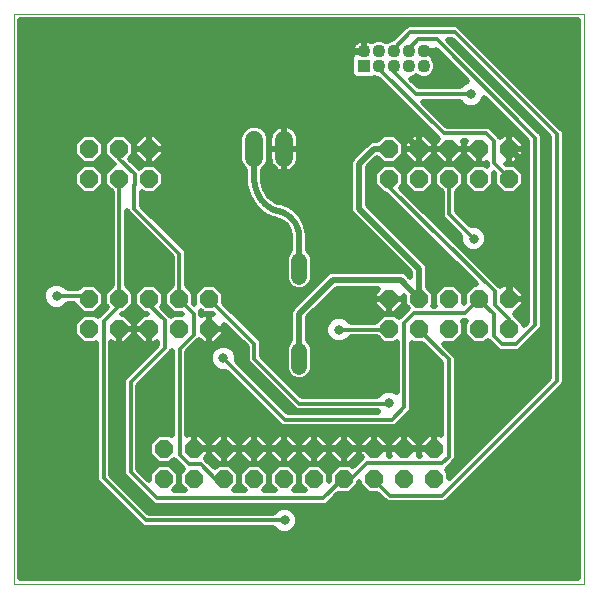
<source format=gtl>
G75*
%MOIN*%
%OFA0B0*%
%FSLAX25Y25*%
%IPPOS*%
%LPD*%
%AMOC8*
5,1,8,0,0,1.08239X$1,22.5*
%
%ADD10C,0.00000*%
%ADD11R,0.04362X0.04362*%
%ADD12C,0.04362*%
%ADD13OC8,0.06000*%
%ADD14C,0.05200*%
%ADD15C,0.06000*%
%ADD16C,0.01181*%
%ADD17C,0.03169*%
%ADD18C,0.01969*%
D10*
X0011984Y0006984D02*
X0011984Y0196984D01*
X0201984Y0196984D01*
X0201984Y0006984D01*
X0011984Y0006984D01*
D11*
X0128480Y0179484D03*
D12*
X0133480Y0179484D03*
X0138480Y0179484D03*
X0138480Y0184484D03*
X0133480Y0184484D03*
X0128480Y0184484D03*
X0143480Y0184484D03*
X0148480Y0184484D03*
X0148480Y0179484D03*
X0143480Y0179484D03*
D13*
X0146984Y0151984D03*
X0136984Y0151984D03*
X0136984Y0141984D03*
X0146984Y0141984D03*
X0156984Y0141984D03*
X0156984Y0151984D03*
X0166984Y0151984D03*
X0176984Y0151984D03*
X0176984Y0141984D03*
X0166984Y0141984D03*
X0166984Y0101984D03*
X0166984Y0091984D03*
X0176984Y0091984D03*
X0176984Y0101984D03*
X0156984Y0101984D03*
X0156984Y0091984D03*
X0146984Y0091984D03*
X0136984Y0091984D03*
X0136984Y0101984D03*
X0146984Y0101984D03*
X0141984Y0051984D03*
X0141984Y0041984D03*
X0131984Y0041984D03*
X0121984Y0041984D03*
X0121984Y0051984D03*
X0131984Y0051984D03*
X0111984Y0051984D03*
X0111984Y0041984D03*
X0101984Y0041984D03*
X0101984Y0051984D03*
X0091984Y0051984D03*
X0091984Y0041984D03*
X0081984Y0041984D03*
X0081984Y0051984D03*
X0071984Y0051984D03*
X0071984Y0041984D03*
X0061984Y0041984D03*
X0061984Y0051984D03*
X0056984Y0091984D03*
X0056984Y0101984D03*
X0046984Y0101984D03*
X0046984Y0091984D03*
X0036984Y0091984D03*
X0036984Y0101984D03*
X0066984Y0101984D03*
X0066984Y0091984D03*
X0076984Y0091984D03*
X0076984Y0101984D03*
X0056984Y0141984D03*
X0046984Y0141984D03*
X0036984Y0141984D03*
X0036984Y0151984D03*
X0046984Y0151984D03*
X0056984Y0151984D03*
X0151984Y0051984D03*
X0151984Y0041984D03*
D14*
X0106984Y0079384D02*
X0106984Y0084584D01*
X0106984Y0109384D02*
X0106984Y0114584D01*
D15*
X0101984Y0148984D02*
X0101984Y0154984D01*
X0091984Y0154984D02*
X0091984Y0148984D01*
D16*
X0066984Y0116984D02*
X0051984Y0131984D01*
X0051984Y0139898D01*
X0052142Y0140055D01*
X0052142Y0143598D01*
X0047024Y0148717D01*
X0047024Y0151866D01*
X0046984Y0151984D01*
X0046984Y0141984D02*
X0047024Y0141630D01*
X0047024Y0102260D01*
X0046984Y0101984D01*
X0047024Y0101472D01*
X0047024Y0099717D01*
X0041799Y0094492D01*
X0041799Y0042222D01*
X0055909Y0028112D01*
X0102124Y0028112D01*
X0114959Y0035549D02*
X0121433Y0042024D01*
X0121984Y0041984D01*
X0122220Y0042024D01*
X0124370Y0042024D01*
X0129488Y0047142D01*
X0154717Y0047142D01*
X0156866Y0049291D01*
X0156866Y0081787D01*
X0147024Y0091630D01*
X0146984Y0091984D01*
X0142049Y0093992D02*
X0145199Y0097142D01*
X0162142Y0097142D01*
X0166984Y0101984D01*
X0166709Y0101866D01*
X0171827Y0096748D01*
X0171827Y0089699D01*
X0174726Y0086799D01*
X0179163Y0086799D01*
X0185569Y0093205D01*
X0185569Y0155659D01*
X0152748Y0188480D01*
X0146630Y0188480D01*
X0143480Y0185331D01*
X0143480Y0184484D01*
X0138756Y0184543D02*
X0138480Y0184484D01*
X0138756Y0184543D02*
X0138756Y0185724D01*
X0143874Y0190843D01*
X0158929Y0190843D01*
X0192931Y0156841D01*
X0192931Y0074620D01*
X0154610Y0036299D01*
X0137394Y0036299D01*
X0132063Y0041630D01*
X0131984Y0041984D01*
X0114959Y0035549D02*
X0059516Y0035549D01*
X0050760Y0044305D01*
X0050760Y0074085D01*
X0062091Y0085415D01*
X0062091Y0094742D01*
X0057260Y0099573D01*
X0057260Y0101866D01*
X0056984Y0101984D01*
X0066709Y0102260D02*
X0066984Y0102535D01*
X0066984Y0116984D01*
X0066709Y0102260D02*
X0066984Y0101984D01*
X0067102Y0101472D01*
X0071827Y0096748D01*
X0071827Y0090055D01*
X0067102Y0085331D01*
X0067102Y0050041D01*
X0070252Y0046892D01*
X0074152Y0046892D01*
X0079020Y0042024D01*
X0081669Y0042024D01*
X0081984Y0041984D01*
X0102142Y0061709D02*
X0137969Y0061709D01*
X0142049Y0065789D01*
X0142049Y0093992D01*
X0136984Y0091984D02*
X0136787Y0091787D01*
X0136787Y0091630D01*
X0136756Y0091630D01*
X0120258Y0091632D01*
X0106984Y0066984D02*
X0091984Y0081984D01*
X0091984Y0086984D01*
X0076984Y0101984D01*
X0081669Y0082181D02*
X0102142Y0061709D01*
X0106984Y0066984D02*
X0136732Y0066984D01*
X0136894Y0067146D01*
X0172077Y0100041D02*
X0172077Y0104478D01*
X0137181Y0138874D01*
X0137181Y0141630D01*
X0136984Y0141984D01*
X0155185Y0157091D02*
X0169321Y0157091D01*
X0171970Y0154441D01*
X0171970Y0147392D01*
X0177339Y0142024D01*
X0176984Y0141984D01*
X0156984Y0141984D02*
X0156984Y0130083D01*
X0165077Y0121990D01*
X0172077Y0100041D02*
X0176945Y0095173D01*
X0176945Y0092024D01*
X0176984Y0091984D01*
X0155185Y0157091D02*
X0133638Y0178638D01*
X0133638Y0179425D01*
X0133480Y0179484D01*
X0138480Y0179484D02*
X0138480Y0177488D01*
X0145766Y0170203D01*
X0164264Y0170203D01*
X0036984Y0101984D02*
X0036787Y0102260D01*
X0036193Y0102854D01*
X0026126Y0102854D01*
D17*
X0026126Y0102854D03*
X0048654Y0081919D03*
X0061904Y0071919D03*
X0071904Y0076919D03*
X0081669Y0082181D03*
X0096904Y0101919D03*
X0120258Y0091632D03*
X0115404Y0072169D03*
X0136894Y0067146D03*
X0167654Y0071669D03*
X0181904Y0076919D03*
X0165077Y0121990D03*
X0146904Y0121919D03*
X0136904Y0131919D03*
X0164264Y0170203D03*
X0157654Y0176669D03*
X0132654Y0171669D03*
X0061904Y0131919D03*
X0051904Y0119669D03*
X0036904Y0126919D03*
X0034654Y0069669D03*
X0102124Y0028112D03*
D18*
X0106431Y0026654D02*
X0200000Y0026654D01*
X0200000Y0024687D02*
X0105116Y0024687D01*
X0104694Y0024266D02*
X0105970Y0025542D01*
X0106661Y0027210D01*
X0106661Y0029015D01*
X0105970Y0030682D01*
X0104694Y0031958D01*
X0103026Y0032649D01*
X0101222Y0032649D01*
X0099554Y0031958D01*
X0098278Y0030682D01*
X0098273Y0030671D01*
X0056969Y0030671D01*
X0044358Y0043282D01*
X0044358Y0087561D01*
X0044920Y0087000D01*
X0046968Y0087000D01*
X0046968Y0091968D01*
X0047000Y0091968D01*
X0047000Y0087000D01*
X0049049Y0087000D01*
X0051968Y0089920D01*
X0051968Y0091968D01*
X0047000Y0091968D01*
X0047000Y0092000D01*
X0051968Y0092000D01*
X0051968Y0094049D01*
X0049049Y0096968D01*
X0047895Y0096968D01*
X0047942Y0097016D01*
X0049042Y0097016D01*
X0051953Y0099926D01*
X0051953Y0104042D01*
X0049583Y0106412D01*
X0049583Y0131095D01*
X0049815Y0130535D01*
X0050535Y0129815D01*
X0064425Y0115924D01*
X0064425Y0106452D01*
X0062016Y0104042D01*
X0062016Y0099926D01*
X0064926Y0097016D01*
X0067940Y0097016D01*
X0068003Y0096953D01*
X0064926Y0096953D01*
X0064213Y0096239D01*
X0063540Y0096912D01*
X0061239Y0099213D01*
X0061953Y0099926D01*
X0061953Y0104042D01*
X0059042Y0106953D01*
X0054926Y0106953D01*
X0052016Y0104042D01*
X0052016Y0099926D01*
X0054926Y0097016D01*
X0056198Y0097016D01*
X0056245Y0096968D01*
X0054920Y0096968D01*
X0052000Y0094049D01*
X0052000Y0092000D01*
X0056968Y0092000D01*
X0056968Y0091968D01*
X0057000Y0091968D01*
X0057000Y0087000D01*
X0059049Y0087000D01*
X0059531Y0087483D01*
X0059531Y0086475D01*
X0049310Y0076254D01*
X0048590Y0075534D01*
X0048201Y0074594D01*
X0048201Y0043796D01*
X0048590Y0042856D01*
X0057346Y0034100D01*
X0058066Y0033380D01*
X0059007Y0032990D01*
X0115468Y0032990D01*
X0116408Y0033380D01*
X0120044Y0037016D01*
X0124042Y0037016D01*
X0126953Y0039926D01*
X0126953Y0040987D01*
X0127016Y0041050D01*
X0127016Y0039926D01*
X0129926Y0037016D01*
X0133058Y0037016D01*
X0135944Y0034130D01*
X0136885Y0033740D01*
X0155119Y0033740D01*
X0156060Y0034130D01*
X0156780Y0034850D01*
X0195101Y0073170D01*
X0195490Y0074111D01*
X0195490Y0157350D01*
X0195101Y0158290D01*
X0194381Y0159010D01*
X0160379Y0193012D01*
X0159438Y0193402D01*
X0143365Y0193402D01*
X0142424Y0193012D01*
X0141705Y0192292D01*
X0138046Y0188634D01*
X0137655Y0188634D01*
X0136130Y0188002D01*
X0135980Y0187853D01*
X0135831Y0188002D01*
X0134306Y0188634D01*
X0132655Y0188634D01*
X0131130Y0188002D01*
X0130959Y0187832D01*
X0130663Y0188047D01*
X0130079Y0188344D01*
X0129456Y0188547D01*
X0128808Y0188650D01*
X0128480Y0188650D01*
X0128152Y0188650D01*
X0127505Y0188547D01*
X0126881Y0188344D01*
X0126297Y0188047D01*
X0125767Y0187661D01*
X0125303Y0187198D01*
X0124918Y0186667D01*
X0124620Y0186083D01*
X0124418Y0185460D01*
X0124315Y0184812D01*
X0124315Y0184484D01*
X0124315Y0184156D01*
X0124418Y0183509D01*
X0124620Y0182885D01*
X0124659Y0182809D01*
X0124331Y0182481D01*
X0124331Y0176488D01*
X0125484Y0175335D01*
X0131477Y0175335D01*
X0131822Y0175680D01*
X0132655Y0175335D01*
X0133322Y0175335D01*
X0153016Y0155641D01*
X0153304Y0155353D01*
X0152000Y0154049D01*
X0152000Y0152000D01*
X0156968Y0152000D01*
X0156968Y0151968D01*
X0157000Y0151968D01*
X0157000Y0147000D01*
X0159049Y0147000D01*
X0161968Y0149920D01*
X0161968Y0151968D01*
X0157000Y0151968D01*
X0157000Y0152000D01*
X0161968Y0152000D01*
X0161968Y0154049D01*
X0161486Y0154531D01*
X0162483Y0154531D01*
X0162000Y0154049D01*
X0162000Y0152000D01*
X0166968Y0152000D01*
X0166968Y0151968D01*
X0167000Y0151968D01*
X0167000Y0147000D01*
X0169049Y0147000D01*
X0169411Y0147363D01*
X0169411Y0146883D01*
X0169623Y0146372D01*
X0169042Y0146953D01*
X0164926Y0146953D01*
X0162016Y0144042D01*
X0162016Y0139926D01*
X0164926Y0137016D01*
X0169042Y0137016D01*
X0171953Y0139926D01*
X0171953Y0143790D01*
X0172016Y0143727D01*
X0172016Y0139926D01*
X0174926Y0137016D01*
X0179042Y0137016D01*
X0181953Y0139926D01*
X0181953Y0144042D01*
X0179042Y0146953D01*
X0176028Y0146953D01*
X0175981Y0147000D01*
X0176968Y0147000D01*
X0176968Y0151968D01*
X0177000Y0151968D01*
X0177000Y0147000D01*
X0179049Y0147000D01*
X0181968Y0149920D01*
X0181968Y0151968D01*
X0177000Y0151968D01*
X0177000Y0152000D01*
X0176968Y0152000D01*
X0176968Y0156968D01*
X0174920Y0156968D01*
X0173991Y0156040D01*
X0173420Y0156610D01*
X0170770Y0159260D01*
X0169830Y0159650D01*
X0156245Y0159650D01*
X0148251Y0167644D01*
X0160413Y0167644D01*
X0160417Y0167633D01*
X0161694Y0166356D01*
X0163361Y0165666D01*
X0165166Y0165666D01*
X0166834Y0166356D01*
X0168110Y0167633D01*
X0168657Y0168953D01*
X0183010Y0154599D01*
X0183010Y0094265D01*
X0181953Y0093208D01*
X0181953Y0094042D01*
X0179042Y0096953D01*
X0178784Y0096953D01*
X0178737Y0097000D01*
X0179049Y0097000D01*
X0181968Y0099920D01*
X0181968Y0101968D01*
X0177000Y0101968D01*
X0177000Y0102000D01*
X0176968Y0102000D01*
X0176968Y0106968D01*
X0174920Y0106968D01*
X0174064Y0106113D01*
X0173880Y0106294D01*
X0173526Y0106648D01*
X0173517Y0106651D01*
X0140864Y0138837D01*
X0141953Y0139926D01*
X0141953Y0144042D01*
X0139042Y0146953D01*
X0134926Y0146953D01*
X0132016Y0144042D01*
X0132016Y0139926D01*
X0134926Y0137016D01*
X0135420Y0137016D01*
X0135732Y0136705D01*
X0135740Y0136701D01*
X0165921Y0106953D01*
X0164926Y0106953D01*
X0162016Y0104042D01*
X0162016Y0100635D01*
X0161953Y0100572D01*
X0161953Y0104042D01*
X0159042Y0106953D01*
X0154926Y0106953D01*
X0152016Y0104042D01*
X0152016Y0099926D01*
X0152241Y0099701D01*
X0151727Y0099701D01*
X0151953Y0099926D01*
X0151953Y0104042D01*
X0149937Y0106058D01*
X0149937Y0112572D01*
X0149487Y0113657D01*
X0129937Y0133207D01*
X0129937Y0145761D01*
X0133059Y0148883D01*
X0134926Y0147016D01*
X0139042Y0147016D01*
X0141953Y0149926D01*
X0141953Y0154042D01*
X0139042Y0156953D01*
X0134926Y0156953D01*
X0132792Y0154819D01*
X0131279Y0154819D01*
X0130194Y0154369D01*
X0125312Y0149487D01*
X0124481Y0148657D01*
X0124031Y0147572D01*
X0124031Y0131397D01*
X0124481Y0130312D01*
X0125312Y0129481D01*
X0144031Y0110761D01*
X0144031Y0109113D01*
X0142407Y0110737D01*
X0141322Y0111187D01*
X0117647Y0111187D01*
X0116562Y0110737D01*
X0105312Y0099487D01*
X0104481Y0098657D01*
X0104031Y0097572D01*
X0104031Y0088092D01*
X0103111Y0087172D01*
X0102416Y0085493D01*
X0102416Y0078476D01*
X0103111Y0076796D01*
X0104396Y0075511D01*
X0106076Y0074816D01*
X0107893Y0074816D01*
X0109572Y0075511D01*
X0110857Y0076796D01*
X0111553Y0078476D01*
X0111553Y0085493D01*
X0110857Y0087172D01*
X0109937Y0088092D01*
X0109937Y0095761D01*
X0119457Y0105281D01*
X0133233Y0105281D01*
X0132000Y0104049D01*
X0132000Y0102000D01*
X0136968Y0102000D01*
X0136968Y0101968D01*
X0137000Y0101968D01*
X0137000Y0097000D01*
X0139049Y0097000D01*
X0141968Y0099920D01*
X0141968Y0101968D01*
X0137000Y0101968D01*
X0137000Y0102000D01*
X0141968Y0102000D01*
X0141968Y0102824D01*
X0142016Y0102777D01*
X0142016Y0099926D01*
X0143190Y0098752D01*
X0143029Y0098591D01*
X0140600Y0096162D01*
X0140600Y0096162D01*
X0140217Y0095778D01*
X0139042Y0096953D01*
X0134926Y0096953D01*
X0132163Y0094190D01*
X0124109Y0094190D01*
X0124104Y0094202D01*
X0122828Y0095478D01*
X0121160Y0096169D01*
X0119355Y0096169D01*
X0117688Y0095478D01*
X0116412Y0094202D01*
X0115721Y0092534D01*
X0115721Y0090729D01*
X0116412Y0089062D01*
X0117688Y0087786D01*
X0119355Y0087095D01*
X0121160Y0087095D01*
X0122828Y0087786D01*
X0124104Y0089062D01*
X0124109Y0089072D01*
X0132871Y0089071D01*
X0134926Y0087016D01*
X0139042Y0087016D01*
X0139490Y0087464D01*
X0139490Y0070965D01*
X0139464Y0070992D01*
X0137796Y0071683D01*
X0135991Y0071683D01*
X0134324Y0070992D01*
X0133047Y0069716D01*
X0132976Y0069543D01*
X0108044Y0069543D01*
X0094543Y0083044D01*
X0094543Y0087493D01*
X0094154Y0088434D01*
X0081953Y0100635D01*
X0081953Y0104042D01*
X0079042Y0106953D01*
X0074926Y0106953D01*
X0072016Y0104042D01*
X0072016Y0100178D01*
X0071953Y0100241D01*
X0071953Y0104042D01*
X0069543Y0106452D01*
X0069543Y0117493D01*
X0069154Y0118434D01*
X0054543Y0133044D01*
X0054543Y0137399D01*
X0054926Y0137016D01*
X0059042Y0137016D01*
X0061953Y0139926D01*
X0061953Y0144042D01*
X0059042Y0146953D01*
X0054926Y0146953D01*
X0053666Y0145693D01*
X0053591Y0145768D01*
X0050693Y0148666D01*
X0051953Y0149926D01*
X0051953Y0154042D01*
X0049042Y0156953D01*
X0044926Y0156953D01*
X0042016Y0154042D01*
X0042016Y0149926D01*
X0044926Y0147016D01*
X0045105Y0147016D01*
X0045168Y0146953D01*
X0044926Y0146953D01*
X0042016Y0144042D01*
X0042016Y0139926D01*
X0044465Y0137477D01*
X0044465Y0106491D01*
X0042016Y0104042D01*
X0042016Y0099926D01*
X0042815Y0099127D01*
X0040350Y0096662D01*
X0039842Y0096153D01*
X0039042Y0096953D01*
X0034926Y0096953D01*
X0032016Y0094042D01*
X0032016Y0089926D01*
X0034926Y0087016D01*
X0039042Y0087016D01*
X0039240Y0087214D01*
X0039240Y0041713D01*
X0039630Y0040773D01*
X0053740Y0026663D01*
X0054460Y0025943D01*
X0055400Y0025553D01*
X0098273Y0025553D01*
X0098278Y0025542D01*
X0099554Y0024266D01*
X0101222Y0023575D01*
X0103026Y0023575D01*
X0104694Y0024266D01*
X0106661Y0028621D02*
X0200000Y0028621D01*
X0200000Y0030588D02*
X0106009Y0030588D01*
X0103253Y0032555D02*
X0200000Y0032555D01*
X0200000Y0034522D02*
X0156453Y0034522D01*
X0158420Y0036489D02*
X0200000Y0036489D01*
X0200000Y0038456D02*
X0160387Y0038456D01*
X0162354Y0040424D02*
X0200000Y0040424D01*
X0200000Y0042391D02*
X0164321Y0042391D01*
X0166288Y0044358D02*
X0200000Y0044358D01*
X0200000Y0046325D02*
X0168255Y0046325D01*
X0170222Y0048292D02*
X0200000Y0048292D01*
X0200000Y0050259D02*
X0172189Y0050259D01*
X0174156Y0052226D02*
X0200000Y0052226D01*
X0200000Y0054193D02*
X0176123Y0054193D01*
X0178090Y0056160D02*
X0200000Y0056160D01*
X0200000Y0058127D02*
X0180057Y0058127D01*
X0182024Y0060094D02*
X0200000Y0060094D01*
X0200000Y0062061D02*
X0183991Y0062061D01*
X0185958Y0064028D02*
X0200000Y0064028D01*
X0200000Y0065995D02*
X0187925Y0065995D01*
X0189892Y0067962D02*
X0200000Y0067962D01*
X0200000Y0069929D02*
X0191859Y0069929D01*
X0193826Y0071896D02*
X0200000Y0071896D01*
X0200000Y0073863D02*
X0195387Y0073863D01*
X0195490Y0075830D02*
X0200000Y0075830D01*
X0200000Y0077797D02*
X0195490Y0077797D01*
X0195490Y0079764D02*
X0200000Y0079764D01*
X0200000Y0081731D02*
X0195490Y0081731D01*
X0195490Y0083698D02*
X0200000Y0083698D01*
X0200000Y0085665D02*
X0195490Y0085665D01*
X0195490Y0087632D02*
X0200000Y0087632D01*
X0200000Y0089599D02*
X0195490Y0089599D01*
X0195490Y0091566D02*
X0200000Y0091566D01*
X0200000Y0093533D02*
X0195490Y0093533D01*
X0195490Y0095500D02*
X0200000Y0095500D01*
X0200000Y0097467D02*
X0195490Y0097467D01*
X0195490Y0099434D02*
X0200000Y0099434D01*
X0200000Y0101401D02*
X0195490Y0101401D01*
X0195490Y0103368D02*
X0200000Y0103368D01*
X0200000Y0105335D02*
X0195490Y0105335D01*
X0195490Y0107302D02*
X0200000Y0107302D01*
X0200000Y0109269D02*
X0195490Y0109269D01*
X0195490Y0111236D02*
X0200000Y0111236D01*
X0200000Y0113203D02*
X0195490Y0113203D01*
X0195490Y0115170D02*
X0200000Y0115170D01*
X0200000Y0117137D02*
X0195490Y0117137D01*
X0195490Y0119104D02*
X0200000Y0119104D01*
X0200000Y0121071D02*
X0195490Y0121071D01*
X0195490Y0123038D02*
X0200000Y0123038D01*
X0200000Y0125005D02*
X0195490Y0125005D01*
X0195490Y0126972D02*
X0200000Y0126972D01*
X0200000Y0128939D02*
X0195490Y0128939D01*
X0195490Y0130906D02*
X0200000Y0130906D01*
X0200000Y0132873D02*
X0195490Y0132873D01*
X0195490Y0134840D02*
X0200000Y0134840D01*
X0200000Y0136807D02*
X0195490Y0136807D01*
X0195490Y0138774D02*
X0200000Y0138774D01*
X0200000Y0140741D02*
X0195490Y0140741D01*
X0195490Y0142708D02*
X0200000Y0142708D01*
X0200000Y0144675D02*
X0195490Y0144675D01*
X0195490Y0146642D02*
X0200000Y0146642D01*
X0200000Y0148609D02*
X0195490Y0148609D01*
X0195490Y0150576D02*
X0200000Y0150576D01*
X0200000Y0152543D02*
X0195490Y0152543D01*
X0195490Y0154510D02*
X0200000Y0154510D01*
X0200000Y0156477D02*
X0195490Y0156477D01*
X0194946Y0158444D02*
X0200000Y0158444D01*
X0200000Y0160411D02*
X0192979Y0160411D01*
X0191012Y0162378D02*
X0200000Y0162378D01*
X0200000Y0164345D02*
X0189045Y0164345D01*
X0187078Y0166312D02*
X0200000Y0166312D01*
X0200000Y0168280D02*
X0185111Y0168280D01*
X0183144Y0170247D02*
X0200000Y0170247D01*
X0200000Y0172214D02*
X0181177Y0172214D01*
X0179210Y0174181D02*
X0200000Y0174181D01*
X0200000Y0176148D02*
X0177243Y0176148D01*
X0175276Y0178115D02*
X0200000Y0178115D01*
X0200000Y0180082D02*
X0173309Y0180082D01*
X0171342Y0182049D02*
X0200000Y0182049D01*
X0200000Y0184016D02*
X0169375Y0184016D01*
X0167408Y0185983D02*
X0200000Y0185983D01*
X0200000Y0187950D02*
X0165441Y0187950D01*
X0163474Y0189917D02*
X0200000Y0189917D01*
X0200000Y0191884D02*
X0161507Y0191884D01*
X0157869Y0188283D02*
X0190372Y0155781D01*
X0190372Y0075680D01*
X0156953Y0042261D01*
X0156953Y0044042D01*
X0156065Y0044930D01*
X0156166Y0044972D01*
X0159036Y0047842D01*
X0159425Y0048782D01*
X0159425Y0082296D01*
X0159036Y0083237D01*
X0155257Y0087016D01*
X0159042Y0087016D01*
X0161953Y0089926D01*
X0161953Y0094042D01*
X0161412Y0094583D01*
X0162556Y0094583D01*
X0162016Y0094042D01*
X0162016Y0089926D01*
X0164926Y0087016D01*
X0169042Y0087016D01*
X0169967Y0087940D01*
X0170377Y0087529D01*
X0173277Y0084630D01*
X0174217Y0084240D01*
X0179672Y0084240D01*
X0180613Y0084630D01*
X0181333Y0085350D01*
X0187738Y0091755D01*
X0188128Y0092696D01*
X0188128Y0156168D01*
X0187738Y0157109D01*
X0187018Y0157829D01*
X0156564Y0188283D01*
X0157869Y0188283D01*
X0158203Y0187950D02*
X0156898Y0187950D01*
X0158865Y0185983D02*
X0160170Y0185983D01*
X0160832Y0184016D02*
X0162137Y0184016D01*
X0162799Y0182049D02*
X0164104Y0182049D01*
X0164766Y0180082D02*
X0166071Y0180082D01*
X0166733Y0178115D02*
X0168038Y0178115D01*
X0168700Y0176148D02*
X0170005Y0176148D01*
X0170667Y0174181D02*
X0171972Y0174181D01*
X0172634Y0172214D02*
X0173939Y0172214D01*
X0174601Y0170247D02*
X0175906Y0170247D01*
X0176568Y0168280D02*
X0177873Y0168280D01*
X0178535Y0166312D02*
X0179840Y0166312D01*
X0180502Y0164345D02*
X0181807Y0164345D01*
X0182469Y0162378D02*
X0183774Y0162378D01*
X0184436Y0160411D02*
X0185741Y0160411D01*
X0186403Y0158444D02*
X0187708Y0158444D01*
X0188000Y0156477D02*
X0189675Y0156477D01*
X0190372Y0154510D02*
X0188128Y0154510D01*
X0188128Y0152543D02*
X0190372Y0152543D01*
X0190372Y0150576D02*
X0188128Y0150576D01*
X0188128Y0148609D02*
X0190372Y0148609D01*
X0190372Y0146642D02*
X0188128Y0146642D01*
X0188128Y0144675D02*
X0190372Y0144675D01*
X0190372Y0142708D02*
X0188128Y0142708D01*
X0188128Y0140741D02*
X0190372Y0140741D01*
X0190372Y0138774D02*
X0188128Y0138774D01*
X0188128Y0136807D02*
X0190372Y0136807D01*
X0190372Y0134840D02*
X0188128Y0134840D01*
X0188128Y0132873D02*
X0190372Y0132873D01*
X0190372Y0130906D02*
X0188128Y0130906D01*
X0188128Y0128939D02*
X0190372Y0128939D01*
X0190372Y0126972D02*
X0188128Y0126972D01*
X0188128Y0125005D02*
X0190372Y0125005D01*
X0190372Y0123038D02*
X0188128Y0123038D01*
X0188128Y0121071D02*
X0190372Y0121071D01*
X0190372Y0119104D02*
X0188128Y0119104D01*
X0188128Y0117137D02*
X0190372Y0117137D01*
X0190372Y0115170D02*
X0188128Y0115170D01*
X0188128Y0113203D02*
X0190372Y0113203D01*
X0190372Y0111236D02*
X0188128Y0111236D01*
X0188128Y0109269D02*
X0190372Y0109269D01*
X0190372Y0107302D02*
X0188128Y0107302D01*
X0188128Y0105335D02*
X0190372Y0105335D01*
X0190372Y0103368D02*
X0188128Y0103368D01*
X0188128Y0101401D02*
X0190372Y0101401D01*
X0190372Y0099434D02*
X0188128Y0099434D01*
X0188128Y0097467D02*
X0190372Y0097467D01*
X0190372Y0095500D02*
X0188128Y0095500D01*
X0188128Y0093533D02*
X0190372Y0093533D01*
X0190372Y0091566D02*
X0187549Y0091566D01*
X0185582Y0089599D02*
X0190372Y0089599D01*
X0190372Y0087632D02*
X0183615Y0087632D01*
X0181648Y0085665D02*
X0190372Y0085665D01*
X0190372Y0083698D02*
X0158575Y0083698D01*
X0159425Y0081731D02*
X0190372Y0081731D01*
X0190372Y0079764D02*
X0159425Y0079764D01*
X0159425Y0077797D02*
X0190372Y0077797D01*
X0190372Y0075830D02*
X0159425Y0075830D01*
X0159425Y0073863D02*
X0188555Y0073863D01*
X0186588Y0071896D02*
X0159425Y0071896D01*
X0159425Y0069929D02*
X0184621Y0069929D01*
X0182654Y0067962D02*
X0159425Y0067962D01*
X0159425Y0065995D02*
X0180687Y0065995D01*
X0178720Y0064028D02*
X0159425Y0064028D01*
X0159425Y0062061D02*
X0176753Y0062061D01*
X0174786Y0060094D02*
X0159425Y0060094D01*
X0159425Y0058127D02*
X0172819Y0058127D01*
X0170852Y0056160D02*
X0159425Y0056160D01*
X0159425Y0054193D02*
X0168885Y0054193D01*
X0166918Y0052226D02*
X0159425Y0052226D01*
X0159425Y0050259D02*
X0164951Y0050259D01*
X0162984Y0048292D02*
X0159222Y0048292D01*
X0157518Y0046325D02*
X0161017Y0046325D01*
X0159050Y0044358D02*
X0156637Y0044358D01*
X0156953Y0042391D02*
X0157083Y0042391D01*
X0151968Y0051968D02*
X0147000Y0051968D01*
X0147000Y0049920D01*
X0147219Y0049701D01*
X0146750Y0049701D01*
X0146968Y0049920D01*
X0146968Y0051968D01*
X0142000Y0051968D01*
X0142000Y0052000D01*
X0141968Y0052000D01*
X0141968Y0051968D01*
X0137000Y0051968D01*
X0137000Y0049920D01*
X0137219Y0049701D01*
X0136750Y0049701D01*
X0136968Y0049920D01*
X0136968Y0051968D01*
X0132000Y0051968D01*
X0132000Y0052000D01*
X0131968Y0052000D01*
X0131968Y0051968D01*
X0127000Y0051968D01*
X0127000Y0049920D01*
X0127824Y0049096D01*
X0127319Y0048591D01*
X0124861Y0046134D01*
X0124042Y0046953D01*
X0119926Y0046953D01*
X0117016Y0044042D01*
X0117016Y0041225D01*
X0116953Y0041162D01*
X0116953Y0044042D01*
X0114042Y0046953D01*
X0109926Y0046953D01*
X0107016Y0044042D01*
X0107016Y0039926D01*
X0108834Y0038108D01*
X0105135Y0038108D01*
X0106953Y0039926D01*
X0106953Y0044042D01*
X0104042Y0046953D01*
X0099926Y0046953D01*
X0097016Y0044042D01*
X0097016Y0039926D01*
X0098834Y0038108D01*
X0095135Y0038108D01*
X0096953Y0039926D01*
X0096953Y0044042D01*
X0094042Y0046953D01*
X0089926Y0046953D01*
X0087016Y0044042D01*
X0087016Y0039926D01*
X0088834Y0038108D01*
X0085135Y0038108D01*
X0086953Y0039926D01*
X0086953Y0044042D01*
X0084042Y0046953D01*
X0079926Y0046953D01*
X0078818Y0045844D01*
X0076321Y0048341D01*
X0075856Y0048807D01*
X0076968Y0049920D01*
X0076968Y0051968D01*
X0072000Y0051968D01*
X0072000Y0052000D01*
X0071968Y0052000D01*
X0071968Y0056968D01*
X0069920Y0056968D01*
X0069661Y0056710D01*
X0069661Y0084271D01*
X0073276Y0087886D01*
X0073655Y0088265D01*
X0074920Y0087000D01*
X0076968Y0087000D01*
X0076968Y0091968D01*
X0077000Y0091968D01*
X0077000Y0087000D01*
X0079049Y0087000D01*
X0081968Y0089920D01*
X0081968Y0091968D01*
X0077000Y0091968D01*
X0077000Y0092000D01*
X0081968Y0092000D01*
X0081968Y0093381D01*
X0089425Y0085924D01*
X0089425Y0081475D01*
X0089815Y0080535D01*
X0090535Y0079815D01*
X0105535Y0064815D01*
X0106475Y0064425D01*
X0133198Y0064425D01*
X0133355Y0064268D01*
X0103202Y0064268D01*
X0086202Y0081268D01*
X0086206Y0081279D01*
X0086206Y0083084D01*
X0085516Y0084751D01*
X0084239Y0086027D01*
X0082572Y0086718D01*
X0080767Y0086718D01*
X0079099Y0086027D01*
X0077823Y0084751D01*
X0077132Y0083084D01*
X0077132Y0081279D01*
X0077823Y0079611D01*
X0079099Y0078335D01*
X0080767Y0077644D01*
X0082572Y0077644D01*
X0082583Y0077649D01*
X0099972Y0060259D01*
X0100692Y0059539D01*
X0101633Y0059150D01*
X0138478Y0059150D01*
X0139418Y0059539D01*
X0143499Y0063620D01*
X0144219Y0064340D01*
X0144608Y0065280D01*
X0144608Y0087334D01*
X0144926Y0087016D01*
X0148019Y0087016D01*
X0154307Y0080727D01*
X0154307Y0056710D01*
X0154049Y0056968D01*
X0152000Y0056968D01*
X0152000Y0052000D01*
X0151968Y0052000D01*
X0151968Y0051968D01*
X0151984Y0051984D02*
X0151748Y0052260D01*
X0142693Y0052260D01*
X0141984Y0051984D01*
X0141906Y0052260D01*
X0132850Y0052260D01*
X0131984Y0051984D01*
X0131669Y0052260D01*
X0122614Y0052260D01*
X0121984Y0051984D01*
X0121827Y0052260D01*
X0112772Y0052260D01*
X0111984Y0051984D01*
X0111984Y0052260D01*
X0102929Y0052260D01*
X0101984Y0051984D01*
X0101748Y0052260D01*
X0092693Y0052260D01*
X0091984Y0051984D01*
X0091906Y0052260D01*
X0082850Y0052260D01*
X0081984Y0051984D01*
X0081669Y0052260D01*
X0076945Y0052260D01*
X0076945Y0091630D01*
X0076984Y0091984D01*
X0076968Y0092000D02*
X0076968Y0096968D01*
X0074920Y0096968D01*
X0074386Y0096435D01*
X0074386Y0097257D01*
X0074174Y0097768D01*
X0074926Y0097016D01*
X0078334Y0097016D01*
X0078381Y0096968D01*
X0077000Y0096968D01*
X0077000Y0092000D01*
X0076968Y0092000D01*
X0076968Y0091566D02*
X0077000Y0091566D01*
X0076968Y0093533D02*
X0077000Y0093533D01*
X0076968Y0095500D02*
X0077000Y0095500D01*
X0074475Y0097467D02*
X0074299Y0097467D01*
X0072016Y0101401D02*
X0071953Y0101401D01*
X0071953Y0103368D02*
X0072016Y0103368D01*
X0073309Y0105335D02*
X0070660Y0105335D01*
X0069543Y0107302D02*
X0102902Y0107302D01*
X0103111Y0106796D02*
X0104396Y0105511D01*
X0106076Y0104816D01*
X0107893Y0104816D01*
X0109572Y0105511D01*
X0110857Y0106796D01*
X0111553Y0108476D01*
X0111553Y0115493D01*
X0110857Y0117172D01*
X0109937Y0118092D01*
X0109937Y0121931D01*
X0110001Y0123719D01*
X0109038Y0127275D01*
X0107066Y0130387D01*
X0104261Y0132776D01*
X0104261Y0132776D01*
X0100875Y0134228D01*
X0099614Y0134361D01*
X0098890Y0134757D01*
X0097042Y0136361D01*
X0095719Y0138420D01*
X0095027Y0140767D01*
X0094937Y0141990D01*
X0094937Y0144910D01*
X0096196Y0146170D01*
X0096953Y0147996D01*
X0096953Y0155973D01*
X0096196Y0157799D01*
X0094799Y0159196D01*
X0092973Y0159953D01*
X0090996Y0159953D01*
X0089170Y0159196D01*
X0087772Y0157799D01*
X0087016Y0155973D01*
X0087016Y0147996D01*
X0087772Y0146170D01*
X0089031Y0144910D01*
X0089031Y0142568D01*
X0089030Y0142566D01*
X0089031Y0141980D01*
X0089031Y0141397D01*
X0089033Y0141394D01*
X0089036Y0139896D01*
X0090213Y0135902D01*
X0090213Y0135902D01*
X0092465Y0132398D01*
X0095610Y0129669D01*
X0095610Y0129669D01*
X0097412Y0128842D01*
X0097841Y0128609D01*
X0097943Y0128598D01*
X0098037Y0128556D01*
X0098472Y0128539D01*
X0099351Y0128379D01*
X0101074Y0127640D01*
X0102502Y0126424D01*
X0103506Y0124840D01*
X0103996Y0123030D01*
X0104031Y0122138D01*
X0104031Y0122037D01*
X0104012Y0121503D01*
X0104031Y0121452D01*
X0104031Y0118092D01*
X0103111Y0117172D01*
X0102416Y0115493D01*
X0102416Y0108476D01*
X0103111Y0106796D01*
X0104822Y0105335D02*
X0080660Y0105335D01*
X0081953Y0103368D02*
X0109192Y0103368D01*
X0109147Y0105335D02*
X0111159Y0105335D01*
X0111067Y0107302D02*
X0113126Y0107302D01*
X0111553Y0109269D02*
X0115093Y0109269D01*
X0111553Y0111236D02*
X0143557Y0111236D01*
X0143875Y0109269D02*
X0144031Y0109269D01*
X0146984Y0111984D02*
X0126984Y0131984D01*
X0126984Y0146984D01*
X0131866Y0151866D01*
X0136787Y0151866D01*
X0136906Y0151984D01*
X0136984Y0151984D01*
X0140636Y0148609D02*
X0143310Y0148609D01*
X0142000Y0149920D02*
X0144920Y0147000D01*
X0146968Y0147000D01*
X0146968Y0151968D01*
X0147000Y0151968D01*
X0147000Y0147000D01*
X0149049Y0147000D01*
X0151968Y0149920D01*
X0151968Y0151968D01*
X0147000Y0151968D01*
X0147000Y0152000D01*
X0151968Y0152000D01*
X0151968Y0154049D01*
X0149049Y0156968D01*
X0147000Y0156968D01*
X0147000Y0152000D01*
X0146968Y0152000D01*
X0146968Y0151968D01*
X0142000Y0151968D01*
X0142000Y0149920D01*
X0142000Y0150576D02*
X0141953Y0150576D01*
X0142000Y0152000D02*
X0146968Y0152000D01*
X0146968Y0156968D01*
X0144920Y0156968D01*
X0142000Y0154049D01*
X0142000Y0152000D01*
X0142000Y0152543D02*
X0141953Y0152543D01*
X0141485Y0154510D02*
X0142462Y0154510D01*
X0144429Y0156477D02*
X0139518Y0156477D01*
X0134451Y0156477D02*
X0106740Y0156477D01*
X0106846Y0156151D02*
X0106603Y0156898D01*
X0106247Y0157597D01*
X0105786Y0158231D01*
X0105231Y0158786D01*
X0104597Y0159247D01*
X0103898Y0159603D01*
X0103151Y0159846D01*
X0102377Y0159968D01*
X0102000Y0159968D01*
X0102000Y0152000D01*
X0106968Y0152000D01*
X0106968Y0155377D01*
X0106846Y0156151D01*
X0106968Y0154510D02*
X0130534Y0154510D01*
X0128368Y0152543D02*
X0106968Y0152543D01*
X0106968Y0151968D02*
X0102000Y0151968D01*
X0102000Y0144000D01*
X0102377Y0144000D01*
X0103151Y0144123D01*
X0103898Y0144365D01*
X0104597Y0144721D01*
X0105231Y0145182D01*
X0105786Y0145737D01*
X0106247Y0146372D01*
X0106603Y0147071D01*
X0106846Y0147817D01*
X0106968Y0148592D01*
X0106968Y0151968D01*
X0106968Y0150576D02*
X0126401Y0150576D01*
X0124461Y0148609D02*
X0106968Y0148609D01*
X0106385Y0146642D02*
X0124031Y0146642D01*
X0124031Y0144675D02*
X0104506Y0144675D01*
X0102000Y0144675D02*
X0101968Y0144675D01*
X0101968Y0144000D02*
X0101968Y0151968D01*
X0102000Y0151968D01*
X0102000Y0152000D01*
X0101968Y0152000D01*
X0101968Y0151968D01*
X0097000Y0151968D01*
X0097000Y0148592D01*
X0097123Y0147817D01*
X0097365Y0147071D01*
X0097721Y0146372D01*
X0098182Y0145737D01*
X0098737Y0145182D01*
X0099372Y0144721D01*
X0100071Y0144365D01*
X0100817Y0144123D01*
X0101592Y0144000D01*
X0101968Y0144000D01*
X0091984Y0141985D02*
X0091988Y0141704D01*
X0091999Y0141424D01*
X0092016Y0141144D01*
X0092041Y0140864D01*
X0092072Y0140586D01*
X0092110Y0140308D01*
X0092154Y0140031D01*
X0092205Y0139755D01*
X0092263Y0139481D01*
X0092328Y0139208D01*
X0092399Y0138936D01*
X0092477Y0138667D01*
X0092561Y0138399D01*
X0092651Y0138134D01*
X0092748Y0137871D01*
X0092852Y0137610D01*
X0092962Y0137352D01*
X0093077Y0137096D01*
X0093199Y0136844D01*
X0093328Y0136594D01*
X0093462Y0136348D01*
X0093602Y0136105D01*
X0093748Y0135866D01*
X0093899Y0135630D01*
X0094057Y0135397D01*
X0094220Y0135169D01*
X0094388Y0134945D01*
X0094562Y0134725D01*
X0094741Y0134509D01*
X0094925Y0134297D01*
X0095114Y0134090D01*
X0095309Y0133888D01*
X0095508Y0133690D01*
X0095712Y0133498D01*
X0095920Y0133310D01*
X0096133Y0133128D01*
X0096350Y0132950D01*
X0096572Y0132778D01*
X0096798Y0132612D01*
X0097027Y0132450D01*
X0097261Y0132295D01*
X0097498Y0132145D01*
X0097738Y0132001D01*
X0097983Y0131863D01*
X0098230Y0131731D01*
X0098480Y0131605D01*
X0098734Y0131485D01*
X0097201Y0128939D02*
X0058648Y0128939D01*
X0056681Y0130906D02*
X0094185Y0130906D01*
X0092465Y0132398D02*
X0092465Y0132398D01*
X0092160Y0132873D02*
X0054714Y0132873D01*
X0054543Y0134840D02*
X0090896Y0134840D01*
X0089946Y0136807D02*
X0054543Y0136807D01*
X0060801Y0138774D02*
X0089366Y0138774D01*
X0089036Y0139896D02*
X0089036Y0139896D01*
X0089034Y0140741D02*
X0061953Y0140741D01*
X0061953Y0142708D02*
X0089031Y0142708D01*
X0089031Y0144675D02*
X0061320Y0144675D01*
X0059353Y0146642D02*
X0087576Y0146642D01*
X0087016Y0148609D02*
X0060658Y0148609D01*
X0061968Y0149920D02*
X0061968Y0151968D01*
X0057000Y0151968D01*
X0057000Y0147000D01*
X0059049Y0147000D01*
X0061968Y0149920D01*
X0061968Y0150576D02*
X0087016Y0150576D01*
X0087016Y0152543D02*
X0061968Y0152543D01*
X0061968Y0152000D02*
X0061968Y0154049D01*
X0059049Y0156968D01*
X0057000Y0156968D01*
X0057000Y0152000D01*
X0061968Y0152000D01*
X0061507Y0154510D02*
X0087016Y0154510D01*
X0087225Y0156477D02*
X0059540Y0156477D01*
X0057000Y0156477D02*
X0056968Y0156477D01*
X0056968Y0156968D02*
X0054920Y0156968D01*
X0052000Y0154049D01*
X0052000Y0152000D01*
X0056968Y0152000D01*
X0056968Y0151968D01*
X0057000Y0151968D01*
X0057000Y0152000D01*
X0056968Y0152000D01*
X0056968Y0156968D01*
X0054429Y0156477D02*
X0049518Y0156477D01*
X0051485Y0154510D02*
X0052462Y0154510D01*
X0052000Y0152543D02*
X0051953Y0152543D01*
X0052000Y0151968D02*
X0052000Y0149920D01*
X0054920Y0147000D01*
X0056968Y0147000D01*
X0056968Y0151968D01*
X0052000Y0151968D01*
X0051953Y0150576D02*
X0052000Y0150576D01*
X0050750Y0148609D02*
X0053310Y0148609D01*
X0052717Y0146642D02*
X0054616Y0146642D01*
X0056968Y0148609D02*
X0057000Y0148609D01*
X0056968Y0150576D02*
X0057000Y0150576D01*
X0056968Y0152543D02*
X0057000Y0152543D01*
X0056968Y0154510D02*
X0057000Y0154510D01*
X0044451Y0156477D02*
X0039518Y0156477D01*
X0039042Y0156953D02*
X0034926Y0156953D01*
X0032016Y0154042D01*
X0032016Y0149926D01*
X0034926Y0147016D01*
X0039042Y0147016D01*
X0041953Y0149926D01*
X0041953Y0154042D01*
X0039042Y0156953D01*
X0041485Y0154510D02*
X0042484Y0154510D01*
X0042016Y0152543D02*
X0041953Y0152543D01*
X0041953Y0150576D02*
X0042016Y0150576D01*
X0043333Y0148609D02*
X0040636Y0148609D01*
X0039042Y0146953D02*
X0034926Y0146953D01*
X0032016Y0144042D01*
X0032016Y0139926D01*
X0034926Y0137016D01*
X0039042Y0137016D01*
X0041953Y0139926D01*
X0041953Y0144042D01*
X0039042Y0146953D01*
X0039353Y0146642D02*
X0044616Y0146642D01*
X0042649Y0144675D02*
X0041320Y0144675D01*
X0041953Y0142708D02*
X0042016Y0142708D01*
X0042016Y0140741D02*
X0041953Y0140741D01*
X0040801Y0138774D02*
X0043168Y0138774D01*
X0044465Y0136807D02*
X0013968Y0136807D01*
X0013968Y0134840D02*
X0044465Y0134840D01*
X0044465Y0132873D02*
X0013968Y0132873D01*
X0013968Y0130906D02*
X0044465Y0130906D01*
X0044465Y0128939D02*
X0013968Y0128939D01*
X0013968Y0126972D02*
X0044465Y0126972D01*
X0044465Y0125005D02*
X0013968Y0125005D01*
X0013968Y0123038D02*
X0044465Y0123038D01*
X0044465Y0121071D02*
X0013968Y0121071D01*
X0013968Y0119104D02*
X0044465Y0119104D01*
X0044465Y0117137D02*
X0013968Y0117137D01*
X0013968Y0115170D02*
X0044465Y0115170D01*
X0044465Y0113203D02*
X0013968Y0113203D01*
X0013968Y0111236D02*
X0044465Y0111236D01*
X0044465Y0109269D02*
X0013968Y0109269D01*
X0013968Y0107302D02*
X0025008Y0107302D01*
X0025224Y0107391D02*
X0023556Y0106701D01*
X0022280Y0105424D01*
X0021589Y0103757D01*
X0021589Y0101952D01*
X0022280Y0100284D01*
X0023556Y0099008D01*
X0025224Y0098317D01*
X0027028Y0098317D01*
X0028696Y0099008D01*
X0029972Y0100284D01*
X0029977Y0100295D01*
X0032016Y0100295D01*
X0032016Y0099926D01*
X0034926Y0097016D01*
X0039042Y0097016D01*
X0041953Y0099926D01*
X0041953Y0104042D01*
X0039042Y0106953D01*
X0034926Y0106953D01*
X0033387Y0105413D01*
X0029977Y0105413D01*
X0029972Y0105424D01*
X0028696Y0106701D01*
X0027028Y0107391D01*
X0025224Y0107391D01*
X0027244Y0107302D02*
X0044465Y0107302D01*
X0043309Y0105335D02*
X0040660Y0105335D01*
X0041953Y0103368D02*
X0042016Y0103368D01*
X0042016Y0101401D02*
X0041953Y0101401D01*
X0041460Y0099434D02*
X0042508Y0099434D01*
X0041155Y0097467D02*
X0039493Y0097467D01*
X0034475Y0097467D02*
X0013968Y0097467D01*
X0013968Y0099434D02*
X0023130Y0099434D01*
X0021817Y0101401D02*
X0013968Y0101401D01*
X0013968Y0103368D02*
X0021589Y0103368D01*
X0022243Y0105335D02*
X0013968Y0105335D01*
X0013968Y0095500D02*
X0033473Y0095500D01*
X0032016Y0093533D02*
X0013968Y0093533D01*
X0013968Y0091566D02*
X0032016Y0091566D01*
X0032343Y0089599D02*
X0013968Y0089599D01*
X0013968Y0087632D02*
X0034310Y0087632D01*
X0039240Y0085665D02*
X0013968Y0085665D01*
X0013968Y0083698D02*
X0039240Y0083698D01*
X0039240Y0081731D02*
X0013968Y0081731D01*
X0013968Y0079764D02*
X0039240Y0079764D01*
X0039240Y0077797D02*
X0013968Y0077797D01*
X0013968Y0075830D02*
X0039240Y0075830D01*
X0039240Y0073863D02*
X0013968Y0073863D01*
X0013968Y0071896D02*
X0039240Y0071896D01*
X0039240Y0069929D02*
X0013968Y0069929D01*
X0013968Y0067962D02*
X0039240Y0067962D01*
X0039240Y0065995D02*
X0013968Y0065995D01*
X0013968Y0064028D02*
X0039240Y0064028D01*
X0039240Y0062061D02*
X0013968Y0062061D01*
X0013968Y0060094D02*
X0039240Y0060094D01*
X0039240Y0058127D02*
X0013968Y0058127D01*
X0013968Y0056160D02*
X0039240Y0056160D01*
X0039240Y0054193D02*
X0013968Y0054193D01*
X0013968Y0052226D02*
X0039240Y0052226D01*
X0039240Y0050259D02*
X0013968Y0050259D01*
X0013968Y0048292D02*
X0039240Y0048292D01*
X0039240Y0046325D02*
X0013968Y0046325D01*
X0013968Y0044358D02*
X0039240Y0044358D01*
X0039240Y0042391D02*
X0013968Y0042391D01*
X0013968Y0040424D02*
X0039979Y0040424D01*
X0041946Y0038456D02*
X0013968Y0038456D01*
X0013968Y0036489D02*
X0043913Y0036489D01*
X0045880Y0034522D02*
X0013968Y0034522D01*
X0013968Y0032555D02*
X0047847Y0032555D01*
X0049814Y0030588D02*
X0013968Y0030588D01*
X0013968Y0028621D02*
X0051781Y0028621D01*
X0053748Y0026654D02*
X0013968Y0026654D01*
X0013968Y0024687D02*
X0099133Y0024687D01*
X0100995Y0032555D02*
X0055085Y0032555D01*
X0056923Y0034522D02*
X0053118Y0034522D01*
X0054956Y0036489D02*
X0051151Y0036489D01*
X0052989Y0038456D02*
X0049184Y0038456D01*
X0051022Y0040424D02*
X0047217Y0040424D01*
X0049055Y0042391D02*
X0045250Y0042391D01*
X0044358Y0044358D02*
X0048201Y0044358D01*
X0048201Y0046325D02*
X0044358Y0046325D01*
X0044358Y0048292D02*
X0048201Y0048292D01*
X0048201Y0050259D02*
X0044358Y0050259D01*
X0044358Y0052226D02*
X0048201Y0052226D01*
X0048201Y0054193D02*
X0044358Y0054193D01*
X0044358Y0056160D02*
X0048201Y0056160D01*
X0048201Y0058127D02*
X0044358Y0058127D01*
X0044358Y0060094D02*
X0048201Y0060094D01*
X0048201Y0062061D02*
X0044358Y0062061D01*
X0044358Y0064028D02*
X0048201Y0064028D01*
X0048201Y0065995D02*
X0044358Y0065995D01*
X0044358Y0067962D02*
X0048201Y0067962D01*
X0048201Y0069929D02*
X0044358Y0069929D01*
X0044358Y0071896D02*
X0048201Y0071896D01*
X0048201Y0073863D02*
X0044358Y0073863D01*
X0044358Y0075830D02*
X0048886Y0075830D01*
X0050853Y0077797D02*
X0044358Y0077797D01*
X0044358Y0079764D02*
X0052820Y0079764D01*
X0054787Y0081731D02*
X0044358Y0081731D01*
X0044358Y0083698D02*
X0056754Y0083698D01*
X0058721Y0085665D02*
X0044358Y0085665D01*
X0046968Y0087632D02*
X0047000Y0087632D01*
X0046968Y0089599D02*
X0047000Y0089599D01*
X0046968Y0091566D02*
X0047000Y0091566D01*
X0046984Y0091984D02*
X0047024Y0092024D01*
X0056866Y0092024D01*
X0056984Y0091984D01*
X0056968Y0091968D02*
X0056968Y0087000D01*
X0054920Y0087000D01*
X0052000Y0089920D01*
X0052000Y0091968D01*
X0056968Y0091968D01*
X0056968Y0091566D02*
X0057000Y0091566D01*
X0056968Y0089599D02*
X0057000Y0089599D01*
X0056968Y0087632D02*
X0057000Y0087632D01*
X0054288Y0087632D02*
X0049681Y0087632D01*
X0051648Y0089599D02*
X0052321Y0089599D01*
X0052000Y0091566D02*
X0051968Y0091566D01*
X0051968Y0093533D02*
X0052000Y0093533D01*
X0053451Y0095500D02*
X0050517Y0095500D01*
X0049493Y0097467D02*
X0054475Y0097467D01*
X0052508Y0099434D02*
X0051460Y0099434D01*
X0051953Y0101401D02*
X0052016Y0101401D01*
X0052016Y0103368D02*
X0051953Y0103368D01*
X0050660Y0105335D02*
X0053309Y0105335D01*
X0049583Y0107302D02*
X0064425Y0107302D01*
X0064425Y0109269D02*
X0049583Y0109269D01*
X0049583Y0111236D02*
X0064425Y0111236D01*
X0064425Y0113203D02*
X0049583Y0113203D01*
X0049583Y0115170D02*
X0064425Y0115170D01*
X0063212Y0117137D02*
X0049583Y0117137D01*
X0049583Y0119104D02*
X0061245Y0119104D01*
X0059278Y0121071D02*
X0049583Y0121071D01*
X0049583Y0123038D02*
X0057311Y0123038D01*
X0055344Y0125005D02*
X0049583Y0125005D01*
X0049583Y0126972D02*
X0053377Y0126972D01*
X0051410Y0128939D02*
X0049583Y0128939D01*
X0049583Y0130906D02*
X0049661Y0130906D01*
X0060615Y0126972D02*
X0101859Y0126972D01*
X0103401Y0125005D02*
X0062582Y0125005D01*
X0064549Y0123038D02*
X0103994Y0123038D01*
X0104031Y0121071D02*
X0066516Y0121071D01*
X0068483Y0119104D02*
X0104031Y0119104D01*
X0103097Y0117137D02*
X0069543Y0117137D01*
X0069543Y0115170D02*
X0102416Y0115170D01*
X0102416Y0113203D02*
X0069543Y0113203D01*
X0069543Y0111236D02*
X0102416Y0111236D01*
X0102416Y0109269D02*
X0069543Y0109269D01*
X0063309Y0105335D02*
X0060660Y0105335D01*
X0061953Y0103368D02*
X0062016Y0103368D01*
X0062016Y0101401D02*
X0061953Y0101401D01*
X0061460Y0099434D02*
X0062508Y0099434D01*
X0062985Y0097467D02*
X0064475Y0097467D01*
X0073023Y0087632D02*
X0074288Y0087632D01*
X0076968Y0087632D02*
X0077000Y0087632D01*
X0076968Y0089599D02*
X0077000Y0089599D01*
X0079681Y0087632D02*
X0087718Y0087632D01*
X0089425Y0085665D02*
X0084602Y0085665D01*
X0085952Y0083698D02*
X0089425Y0083698D01*
X0089425Y0081731D02*
X0086206Y0081731D01*
X0087706Y0079764D02*
X0090586Y0079764D01*
X0089673Y0077797D02*
X0092553Y0077797D01*
X0091640Y0075830D02*
X0094520Y0075830D01*
X0093607Y0073863D02*
X0096487Y0073863D01*
X0095574Y0071896D02*
X0098454Y0071896D01*
X0097541Y0069929D02*
X0100421Y0069929D01*
X0099508Y0067962D02*
X0102388Y0067962D01*
X0101475Y0065995D02*
X0104355Y0065995D01*
X0107659Y0069929D02*
X0133260Y0069929D01*
X0139490Y0071896D02*
X0105692Y0071896D01*
X0103725Y0073863D02*
X0139490Y0073863D01*
X0139490Y0075830D02*
X0109891Y0075830D01*
X0111272Y0077797D02*
X0139490Y0077797D01*
X0139490Y0079764D02*
X0111553Y0079764D01*
X0111553Y0081731D02*
X0139490Y0081731D01*
X0139490Y0083698D02*
X0111553Y0083698D01*
X0111482Y0085665D02*
X0139490Y0085665D01*
X0144608Y0085665D02*
X0149370Y0085665D01*
X0151337Y0083698D02*
X0144608Y0083698D01*
X0144608Y0081731D02*
X0153304Y0081731D01*
X0154307Y0079764D02*
X0144608Y0079764D01*
X0144608Y0077797D02*
X0154307Y0077797D01*
X0154307Y0075830D02*
X0144608Y0075830D01*
X0144608Y0073863D02*
X0154307Y0073863D01*
X0154307Y0071896D02*
X0144608Y0071896D01*
X0144608Y0069929D02*
X0154307Y0069929D01*
X0154307Y0067962D02*
X0144608Y0067962D01*
X0144608Y0065995D02*
X0154307Y0065995D01*
X0154307Y0064028D02*
X0143907Y0064028D01*
X0141940Y0062061D02*
X0154307Y0062061D01*
X0154307Y0060094D02*
X0139973Y0060094D01*
X0139920Y0056968D02*
X0137000Y0054049D01*
X0137000Y0052000D01*
X0141968Y0052000D01*
X0141968Y0056968D01*
X0139920Y0056968D01*
X0139111Y0056160D02*
X0134858Y0056160D01*
X0134049Y0056968D02*
X0132000Y0056968D01*
X0132000Y0052000D01*
X0136968Y0052000D01*
X0136968Y0054049D01*
X0134049Y0056968D01*
X0131968Y0056968D02*
X0129920Y0056968D01*
X0127000Y0054049D01*
X0127000Y0052000D01*
X0131968Y0052000D01*
X0131968Y0056968D01*
X0131968Y0056160D02*
X0132000Y0056160D01*
X0131968Y0054193D02*
X0132000Y0054193D01*
X0131968Y0052226D02*
X0132000Y0052226D01*
X0129111Y0056160D02*
X0124858Y0056160D01*
X0124049Y0056968D02*
X0122000Y0056968D01*
X0122000Y0052000D01*
X0126968Y0052000D01*
X0126968Y0054049D01*
X0124049Y0056968D01*
X0121968Y0056968D02*
X0119920Y0056968D01*
X0117000Y0054049D01*
X0117000Y0052000D01*
X0121968Y0052000D01*
X0121968Y0051968D01*
X0122000Y0051968D01*
X0122000Y0047000D01*
X0124049Y0047000D01*
X0126968Y0049920D01*
X0126968Y0051968D01*
X0122000Y0051968D01*
X0122000Y0052000D01*
X0121968Y0052000D01*
X0121968Y0056968D01*
X0121968Y0056160D02*
X0122000Y0056160D01*
X0121968Y0054193D02*
X0122000Y0054193D01*
X0121968Y0052226D02*
X0122000Y0052226D01*
X0121968Y0051968D02*
X0117000Y0051968D01*
X0117000Y0049920D01*
X0119920Y0047000D01*
X0121968Y0047000D01*
X0121968Y0051968D01*
X0121968Y0050259D02*
X0122000Y0050259D01*
X0121968Y0048292D02*
X0122000Y0048292D01*
X0124670Y0046325D02*
X0125052Y0046325D01*
X0125340Y0048292D02*
X0127019Y0048292D01*
X0126968Y0050259D02*
X0127000Y0050259D01*
X0126968Y0052226D02*
X0127000Y0052226D01*
X0127144Y0054193D02*
X0126825Y0054193D01*
X0119111Y0056160D02*
X0114858Y0056160D01*
X0114049Y0056968D02*
X0112000Y0056968D01*
X0112000Y0052000D01*
X0116968Y0052000D01*
X0116968Y0054049D01*
X0114049Y0056968D01*
X0111968Y0056968D02*
X0109920Y0056968D01*
X0107000Y0054049D01*
X0107000Y0052000D01*
X0111968Y0052000D01*
X0111968Y0051968D01*
X0112000Y0051968D01*
X0112000Y0047000D01*
X0114049Y0047000D01*
X0116968Y0049920D01*
X0116968Y0051968D01*
X0112000Y0051968D01*
X0112000Y0052000D01*
X0111968Y0052000D01*
X0111968Y0056968D01*
X0111968Y0056160D02*
X0112000Y0056160D01*
X0111968Y0054193D02*
X0112000Y0054193D01*
X0111968Y0052226D02*
X0112000Y0052226D01*
X0111968Y0051968D02*
X0107000Y0051968D01*
X0107000Y0049920D01*
X0109920Y0047000D01*
X0111968Y0047000D01*
X0111968Y0051968D01*
X0111968Y0050259D02*
X0112000Y0050259D01*
X0111968Y0048292D02*
X0112000Y0048292D01*
X0114670Y0046325D02*
X0119298Y0046325D01*
X0118628Y0048292D02*
X0115340Y0048292D01*
X0116968Y0050259D02*
X0117000Y0050259D01*
X0116968Y0052226D02*
X0117000Y0052226D01*
X0117144Y0054193D02*
X0116825Y0054193D01*
X0109298Y0046325D02*
X0104670Y0046325D01*
X0104049Y0047000D02*
X0106968Y0049920D01*
X0106968Y0051968D01*
X0102000Y0051968D01*
X0102000Y0047000D01*
X0104049Y0047000D01*
X0105340Y0048292D02*
X0108628Y0048292D01*
X0107000Y0050259D02*
X0106968Y0050259D01*
X0106968Y0052000D02*
X0106968Y0054049D01*
X0104049Y0056968D01*
X0102000Y0056968D01*
X0102000Y0052000D01*
X0106968Y0052000D01*
X0106968Y0052226D02*
X0107000Y0052226D01*
X0107144Y0054193D02*
X0106825Y0054193D01*
X0104858Y0056160D02*
X0109111Y0056160D01*
X0102000Y0056160D02*
X0101968Y0056160D01*
X0101968Y0056968D02*
X0099920Y0056968D01*
X0097000Y0054049D01*
X0097000Y0052000D01*
X0101968Y0052000D01*
X0101968Y0051968D01*
X0102000Y0051968D01*
X0102000Y0052000D01*
X0101968Y0052000D01*
X0101968Y0056968D01*
X0099111Y0056160D02*
X0094858Y0056160D01*
X0094049Y0056968D02*
X0092000Y0056968D01*
X0092000Y0052000D01*
X0096968Y0052000D01*
X0096968Y0054049D01*
X0094049Y0056968D01*
X0091968Y0056968D02*
X0089920Y0056968D01*
X0087000Y0054049D01*
X0087000Y0052000D01*
X0091968Y0052000D01*
X0091968Y0051968D01*
X0092000Y0051968D01*
X0092000Y0047000D01*
X0094049Y0047000D01*
X0096968Y0049920D01*
X0096968Y0051968D01*
X0092000Y0051968D01*
X0092000Y0052000D01*
X0091968Y0052000D01*
X0091968Y0056968D01*
X0091968Y0056160D02*
X0092000Y0056160D01*
X0091968Y0054193D02*
X0092000Y0054193D01*
X0091968Y0052226D02*
X0092000Y0052226D01*
X0091968Y0051968D02*
X0087000Y0051968D01*
X0087000Y0049920D01*
X0089920Y0047000D01*
X0091968Y0047000D01*
X0091968Y0051968D01*
X0091968Y0050259D02*
X0092000Y0050259D01*
X0091968Y0048292D02*
X0092000Y0048292D01*
X0089298Y0046325D02*
X0084670Y0046325D01*
X0084049Y0047000D02*
X0086968Y0049920D01*
X0086968Y0051968D01*
X0082000Y0051968D01*
X0082000Y0047000D01*
X0084049Y0047000D01*
X0085340Y0048292D02*
X0088628Y0048292D01*
X0087000Y0050259D02*
X0086968Y0050259D01*
X0086968Y0052000D02*
X0086968Y0054049D01*
X0084049Y0056968D01*
X0082000Y0056968D01*
X0082000Y0052000D01*
X0086968Y0052000D01*
X0086968Y0052226D02*
X0087000Y0052226D01*
X0087144Y0054193D02*
X0086825Y0054193D01*
X0084858Y0056160D02*
X0089111Y0056160D01*
X0082000Y0056160D02*
X0081968Y0056160D01*
X0081968Y0056968D02*
X0079920Y0056968D01*
X0077000Y0054049D01*
X0077000Y0052000D01*
X0081968Y0052000D01*
X0081968Y0051968D01*
X0082000Y0051968D01*
X0082000Y0052000D01*
X0081968Y0052000D01*
X0081968Y0056968D01*
X0081968Y0054193D02*
X0082000Y0054193D01*
X0081968Y0052226D02*
X0082000Y0052226D01*
X0081968Y0051968D02*
X0077000Y0051968D01*
X0077000Y0049920D01*
X0079920Y0047000D01*
X0081968Y0047000D01*
X0081968Y0051968D01*
X0081968Y0050259D02*
X0082000Y0050259D01*
X0081968Y0048292D02*
X0082000Y0048292D01*
X0079298Y0046325D02*
X0078338Y0046325D01*
X0078628Y0048292D02*
X0076371Y0048292D01*
X0076968Y0050259D02*
X0077000Y0050259D01*
X0076968Y0052000D02*
X0076968Y0054049D01*
X0074049Y0056968D01*
X0072000Y0056968D01*
X0072000Y0052000D01*
X0076968Y0052000D01*
X0076968Y0052226D02*
X0077000Y0052226D01*
X0076945Y0052260D02*
X0072220Y0052260D01*
X0071984Y0051984D01*
X0071968Y0052226D02*
X0072000Y0052226D01*
X0071968Y0054193D02*
X0072000Y0054193D01*
X0071968Y0056160D02*
X0072000Y0056160D01*
X0074858Y0056160D02*
X0079111Y0056160D01*
X0077144Y0054193D02*
X0076825Y0054193D01*
X0069661Y0058127D02*
X0154307Y0058127D01*
X0151968Y0056968D02*
X0149920Y0056968D01*
X0147000Y0054049D01*
X0147000Y0052000D01*
X0151968Y0052000D01*
X0151968Y0056968D01*
X0151968Y0056160D02*
X0152000Y0056160D01*
X0151968Y0054193D02*
X0152000Y0054193D01*
X0151968Y0052226D02*
X0152000Y0052226D01*
X0149111Y0056160D02*
X0144858Y0056160D01*
X0144049Y0056968D02*
X0142000Y0056968D01*
X0142000Y0052000D01*
X0146968Y0052000D01*
X0146968Y0054049D01*
X0144049Y0056968D01*
X0142000Y0056160D02*
X0141968Y0056160D01*
X0141968Y0054193D02*
X0142000Y0054193D01*
X0141968Y0052226D02*
X0142000Y0052226D01*
X0146968Y0052226D02*
X0147000Y0052226D01*
X0146968Y0050259D02*
X0147000Y0050259D01*
X0147144Y0054193D02*
X0146825Y0054193D01*
X0137144Y0054193D02*
X0136825Y0054193D01*
X0136968Y0052226D02*
X0137000Y0052226D01*
X0136968Y0050259D02*
X0137000Y0050259D01*
X0127016Y0040424D02*
X0126953Y0040424D01*
X0125483Y0038456D02*
X0128485Y0038456D01*
X0133584Y0036489D02*
X0119518Y0036489D01*
X0117551Y0034522D02*
X0135551Y0034522D01*
X0117016Y0042391D02*
X0116953Y0042391D01*
X0116637Y0044358D02*
X0117331Y0044358D01*
X0107331Y0044358D02*
X0106637Y0044358D01*
X0106953Y0042391D02*
X0107016Y0042391D01*
X0107016Y0040424D02*
X0106953Y0040424D01*
X0105483Y0038456D02*
X0108485Y0038456D01*
X0098485Y0038456D02*
X0095483Y0038456D01*
X0096953Y0040424D02*
X0097016Y0040424D01*
X0097016Y0042391D02*
X0096953Y0042391D01*
X0096637Y0044358D02*
X0097331Y0044358D01*
X0099298Y0046325D02*
X0094670Y0046325D01*
X0095340Y0048292D02*
X0098628Y0048292D01*
X0099920Y0047000D02*
X0101968Y0047000D01*
X0101968Y0051968D01*
X0097000Y0051968D01*
X0097000Y0049920D01*
X0099920Y0047000D01*
X0101968Y0048292D02*
X0102000Y0048292D01*
X0101968Y0050259D02*
X0102000Y0050259D01*
X0101968Y0052226D02*
X0102000Y0052226D01*
X0101968Y0054193D02*
X0102000Y0054193D01*
X0097144Y0054193D02*
X0096825Y0054193D01*
X0096968Y0052226D02*
X0097000Y0052226D01*
X0096968Y0050259D02*
X0097000Y0050259D01*
X0100138Y0060094D02*
X0069661Y0060094D01*
X0069661Y0062061D02*
X0098171Y0062061D01*
X0096204Y0064028D02*
X0069661Y0064028D01*
X0069661Y0065995D02*
X0094237Y0065995D01*
X0092270Y0067962D02*
X0069661Y0067962D01*
X0069661Y0069929D02*
X0090303Y0069929D01*
X0088336Y0071896D02*
X0069661Y0071896D01*
X0069661Y0073863D02*
X0086369Y0073863D01*
X0084402Y0075830D02*
X0069661Y0075830D01*
X0069661Y0077797D02*
X0080398Y0077797D01*
X0077760Y0079764D02*
X0069661Y0079764D01*
X0069661Y0081731D02*
X0077132Y0081731D01*
X0077387Y0083698D02*
X0069661Y0083698D01*
X0071056Y0085665D02*
X0078737Y0085665D01*
X0081648Y0089599D02*
X0085751Y0089599D01*
X0083784Y0091566D02*
X0081968Y0091566D01*
X0087088Y0095500D02*
X0104031Y0095500D01*
X0104031Y0097467D02*
X0085121Y0097467D01*
X0083154Y0099434D02*
X0105258Y0099434D01*
X0107225Y0101401D02*
X0081953Y0101401D01*
X0089055Y0093533D02*
X0104031Y0093533D01*
X0104031Y0091566D02*
X0091022Y0091566D01*
X0092989Y0089599D02*
X0104031Y0089599D01*
X0103571Y0087632D02*
X0094486Y0087632D01*
X0094543Y0085665D02*
X0102487Y0085665D01*
X0102416Y0083698D02*
X0094543Y0083698D01*
X0095857Y0081731D02*
X0102416Y0081731D01*
X0102416Y0079764D02*
X0097824Y0079764D01*
X0099791Y0077797D02*
X0102697Y0077797D01*
X0101758Y0075830D02*
X0104078Y0075830D01*
X0106984Y0081984D02*
X0106984Y0096984D01*
X0118234Y0108234D01*
X0140734Y0108234D01*
X0146984Y0101984D01*
X0146984Y0111984D01*
X0149675Y0113203D02*
X0159580Y0113203D01*
X0161575Y0111236D02*
X0149937Y0111236D01*
X0149937Y0109269D02*
X0163571Y0109269D01*
X0165567Y0107302D02*
X0149937Y0107302D01*
X0150660Y0105335D02*
X0153309Y0105335D01*
X0152016Y0103368D02*
X0151953Y0103368D01*
X0151953Y0101401D02*
X0152016Y0101401D01*
X0160660Y0105335D02*
X0163309Y0105335D01*
X0162016Y0103368D02*
X0161953Y0103368D01*
X0161953Y0101401D02*
X0162016Y0101401D01*
X0161953Y0093533D02*
X0162016Y0093533D01*
X0162016Y0091566D02*
X0161953Y0091566D01*
X0161625Y0089599D02*
X0162343Y0089599D01*
X0164310Y0087632D02*
X0159658Y0087632D01*
X0156608Y0085665D02*
X0172242Y0085665D01*
X0170275Y0087632D02*
X0169658Y0087632D01*
X0180495Y0095500D02*
X0183010Y0095500D01*
X0183010Y0097467D02*
X0179516Y0097467D01*
X0181483Y0099434D02*
X0183010Y0099434D01*
X0183010Y0101401D02*
X0181968Y0101401D01*
X0181968Y0102000D02*
X0181968Y0104049D01*
X0179049Y0106968D01*
X0177000Y0106968D01*
X0177000Y0102000D01*
X0181968Y0102000D01*
X0181968Y0103368D02*
X0183010Y0103368D01*
X0183010Y0105335D02*
X0180682Y0105335D01*
X0183010Y0107302D02*
X0172857Y0107302D01*
X0170862Y0109269D02*
X0183010Y0109269D01*
X0183010Y0111236D02*
X0168866Y0111236D01*
X0166871Y0113203D02*
X0183010Y0113203D01*
X0183010Y0115170D02*
X0164875Y0115170D01*
X0164174Y0117453D02*
X0165979Y0117453D01*
X0167647Y0118144D01*
X0168923Y0119420D01*
X0169614Y0121088D01*
X0169614Y0122893D01*
X0168923Y0124560D01*
X0167647Y0125836D01*
X0165979Y0126527D01*
X0164174Y0126527D01*
X0164163Y0126523D01*
X0159543Y0131143D01*
X0159543Y0137517D01*
X0161953Y0139926D01*
X0161953Y0144042D01*
X0159042Y0146953D01*
X0154926Y0146953D01*
X0152016Y0144042D01*
X0152016Y0139926D01*
X0154425Y0137517D01*
X0154425Y0129574D01*
X0154815Y0128633D01*
X0160544Y0122904D01*
X0160540Y0122893D01*
X0160540Y0121088D01*
X0161230Y0119420D01*
X0162507Y0118144D01*
X0164174Y0117453D01*
X0162879Y0117137D02*
X0183010Y0117137D01*
X0183010Y0119104D02*
X0168607Y0119104D01*
X0169607Y0121071D02*
X0183010Y0121071D01*
X0183010Y0123038D02*
X0169553Y0123038D01*
X0168478Y0125005D02*
X0183010Y0125005D01*
X0183010Y0126972D02*
X0163714Y0126972D01*
X0161747Y0128939D02*
X0183010Y0128939D01*
X0183010Y0130906D02*
X0159780Y0130906D01*
X0159543Y0132873D02*
X0183010Y0132873D01*
X0183010Y0134840D02*
X0159543Y0134840D01*
X0159543Y0136807D02*
X0183010Y0136807D01*
X0183010Y0138774D02*
X0180801Y0138774D01*
X0181953Y0140741D02*
X0183010Y0140741D01*
X0183010Y0142708D02*
X0181953Y0142708D01*
X0181320Y0144675D02*
X0183010Y0144675D01*
X0183010Y0146642D02*
X0179353Y0146642D01*
X0180658Y0148609D02*
X0183010Y0148609D01*
X0182313Y0146892D02*
X0177339Y0151866D01*
X0176984Y0151984D01*
X0177000Y0152000D02*
X0177000Y0156968D01*
X0179049Y0156968D01*
X0181968Y0154049D01*
X0181968Y0152000D01*
X0177000Y0152000D01*
X0176968Y0152543D02*
X0177000Y0152543D01*
X0176968Y0150576D02*
X0177000Y0150576D01*
X0176968Y0148609D02*
X0177000Y0148609D01*
X0176968Y0154510D02*
X0177000Y0154510D01*
X0176968Y0156477D02*
X0177000Y0156477D01*
X0179540Y0156477D02*
X0181132Y0156477D01*
X0181507Y0154510D02*
X0183010Y0154510D01*
X0183010Y0152543D02*
X0181968Y0152543D01*
X0181968Y0150576D02*
X0183010Y0150576D01*
X0182313Y0146892D02*
X0182313Y0134911D01*
X0177339Y0129937D01*
X0177339Y0102260D01*
X0176984Y0101984D01*
X0176968Y0103368D02*
X0177000Y0103368D01*
X0176968Y0105335D02*
X0177000Y0105335D01*
X0181953Y0093533D02*
X0182278Y0093533D01*
X0157584Y0115170D02*
X0147974Y0115170D01*
X0146007Y0117137D02*
X0155589Y0117137D01*
X0153593Y0119104D02*
X0144040Y0119104D01*
X0142073Y0121071D02*
X0151597Y0121071D01*
X0149602Y0123038D02*
X0140106Y0123038D01*
X0138139Y0125005D02*
X0147606Y0125005D01*
X0145610Y0126972D02*
X0136172Y0126972D01*
X0134205Y0128939D02*
X0143615Y0128939D01*
X0141619Y0130906D02*
X0132238Y0130906D01*
X0130271Y0132873D02*
X0139624Y0132873D01*
X0137628Y0134840D02*
X0129937Y0134840D01*
X0129937Y0136807D02*
X0135629Y0136807D01*
X0133168Y0138774D02*
X0129937Y0138774D01*
X0129937Y0140741D02*
X0132016Y0140741D01*
X0132016Y0142708D02*
X0129937Y0142708D01*
X0129937Y0144675D02*
X0132649Y0144675D01*
X0130818Y0146642D02*
X0134616Y0146642D01*
X0133333Y0148609D02*
X0132785Y0148609D01*
X0139353Y0146642D02*
X0144616Y0146642D01*
X0144926Y0146953D02*
X0142016Y0144042D01*
X0142016Y0139926D01*
X0144926Y0137016D01*
X0149042Y0137016D01*
X0151953Y0139926D01*
X0151953Y0144042D01*
X0149042Y0146953D01*
X0144926Y0146953D01*
X0146968Y0148609D02*
X0147000Y0148609D01*
X0146968Y0150576D02*
X0147000Y0150576D01*
X0146984Y0151984D02*
X0146630Y0152260D01*
X0123795Y0175094D01*
X0123795Y0182575D01*
X0125370Y0184150D01*
X0128126Y0184150D01*
X0128480Y0184484D01*
X0124315Y0184484D01*
X0128480Y0184484D01*
X0128480Y0184484D01*
X0128480Y0188650D01*
X0128480Y0184484D01*
X0128480Y0184484D01*
X0128480Y0185983D02*
X0128480Y0185983D01*
X0128480Y0187950D02*
X0128480Y0187950D01*
X0130797Y0187950D02*
X0131077Y0187950D01*
X0135883Y0187950D02*
X0136077Y0187950D01*
X0139329Y0189917D02*
X0013968Y0189917D01*
X0013968Y0191884D02*
X0141296Y0191884D01*
X0148480Y0184484D02*
X0148598Y0184150D01*
X0150173Y0184150D01*
X0157654Y0176669D01*
X0159495Y0178115D02*
X0152404Y0178115D01*
X0152630Y0178659D02*
X0152630Y0180310D01*
X0151998Y0181835D01*
X0151828Y0182005D01*
X0152043Y0182301D01*
X0152340Y0182885D01*
X0152543Y0183509D01*
X0152646Y0184156D01*
X0152646Y0184484D01*
X0148480Y0184484D01*
X0148480Y0184484D01*
X0152646Y0184484D01*
X0152646Y0184812D01*
X0152617Y0184992D01*
X0163014Y0174596D01*
X0161694Y0174049D01*
X0160417Y0172773D01*
X0160413Y0172762D01*
X0146826Y0172762D01*
X0144253Y0175335D01*
X0144306Y0175335D01*
X0145831Y0175966D01*
X0145980Y0176116D01*
X0146130Y0175966D01*
X0147655Y0175335D01*
X0149306Y0175335D01*
X0150831Y0175966D01*
X0151998Y0177134D01*
X0152630Y0178659D01*
X0152630Y0180082D02*
X0157528Y0180082D01*
X0155561Y0182049D02*
X0151859Y0182049D01*
X0152623Y0184016D02*
X0153594Y0184016D01*
X0151012Y0176148D02*
X0161462Y0176148D01*
X0162011Y0174181D02*
X0145407Y0174181D01*
X0140377Y0168280D02*
X0013968Y0168280D01*
X0013968Y0170247D02*
X0138410Y0170247D01*
X0136443Y0172214D02*
X0013968Y0172214D01*
X0013968Y0174181D02*
X0134476Y0174181D01*
X0124671Y0176148D02*
X0013968Y0176148D01*
X0013968Y0178115D02*
X0124331Y0178115D01*
X0124331Y0180082D02*
X0013968Y0180082D01*
X0013968Y0182049D02*
X0124331Y0182049D01*
X0124337Y0184016D02*
X0013968Y0184016D01*
X0013968Y0185983D02*
X0124587Y0185983D01*
X0126164Y0187950D02*
X0013968Y0187950D01*
X0013968Y0193851D02*
X0200000Y0193851D01*
X0200000Y0195000D02*
X0013968Y0195000D01*
X0013968Y0008968D01*
X0200000Y0008968D01*
X0200000Y0195000D01*
X0171297Y0166312D02*
X0166728Y0166312D01*
X0168378Y0168280D02*
X0169330Y0168280D01*
X0173264Y0164345D02*
X0151549Y0164345D01*
X0153516Y0162378D02*
X0175231Y0162378D01*
X0177198Y0160411D02*
X0155483Y0160411D01*
X0152179Y0156477D02*
X0149540Y0156477D01*
X0150212Y0158444D02*
X0105573Y0158444D01*
X0102000Y0158444D02*
X0101968Y0158444D01*
X0101968Y0159968D02*
X0101592Y0159968D01*
X0100817Y0159846D01*
X0100071Y0159603D01*
X0099372Y0159247D01*
X0098737Y0158786D01*
X0098182Y0158231D01*
X0097721Y0157597D01*
X0097365Y0156898D01*
X0097123Y0156151D01*
X0097000Y0155377D01*
X0097000Y0152000D01*
X0101968Y0152000D01*
X0101968Y0159968D01*
X0101968Y0156477D02*
X0102000Y0156477D01*
X0101968Y0154510D02*
X0102000Y0154510D01*
X0101968Y0152543D02*
X0102000Y0152543D01*
X0101968Y0150576D02*
X0102000Y0150576D01*
X0101968Y0148609D02*
X0102000Y0148609D01*
X0101968Y0146642D02*
X0102000Y0146642D01*
X0099462Y0144675D02*
X0094937Y0144675D01*
X0094937Y0142708D02*
X0124031Y0142708D01*
X0124031Y0140741D02*
X0095034Y0140741D01*
X0095614Y0138774D02*
X0124031Y0138774D01*
X0124031Y0136807D02*
X0096755Y0136807D01*
X0098795Y0134840D02*
X0124031Y0134840D01*
X0124031Y0132873D02*
X0104034Y0132873D01*
X0106456Y0130906D02*
X0124235Y0130906D01*
X0125853Y0128939D02*
X0107983Y0128939D01*
X0107066Y0130387D02*
X0107066Y0130387D01*
X0109120Y0126972D02*
X0127820Y0126972D01*
X0129787Y0125005D02*
X0109653Y0125005D01*
X0109977Y0123038D02*
X0131755Y0123038D01*
X0133722Y0121071D02*
X0109937Y0121071D01*
X0109937Y0119104D02*
X0135689Y0119104D01*
X0137656Y0117137D02*
X0110872Y0117137D01*
X0111553Y0115170D02*
X0139623Y0115170D01*
X0141590Y0113203D02*
X0111553Y0113203D01*
X0106984Y0111984D02*
X0106984Y0121984D01*
X0106984Y0121985D02*
X0106989Y0122208D01*
X0106989Y0122431D01*
X0106984Y0122655D01*
X0106973Y0122878D01*
X0106956Y0123100D01*
X0106935Y0123323D01*
X0106908Y0123544D01*
X0106875Y0123765D01*
X0106837Y0123985D01*
X0106794Y0124205D01*
X0106746Y0124423D01*
X0106692Y0124639D01*
X0106633Y0124855D01*
X0106569Y0125069D01*
X0106500Y0125281D01*
X0106426Y0125492D01*
X0106346Y0125700D01*
X0106262Y0125907D01*
X0106172Y0126112D01*
X0106078Y0126314D01*
X0105978Y0126514D01*
X0105874Y0126712D01*
X0105765Y0126907D01*
X0105652Y0127099D01*
X0105534Y0127288D01*
X0105411Y0127475D01*
X0105284Y0127659D01*
X0105152Y0127839D01*
X0105016Y0128016D01*
X0104876Y0128190D01*
X0104731Y0128360D01*
X0104583Y0128527D01*
X0104430Y0128690D01*
X0104274Y0128850D01*
X0104114Y0129006D01*
X0103950Y0129157D01*
X0103782Y0129305D01*
X0103611Y0129448D01*
X0103437Y0129588D01*
X0103259Y0129723D01*
X0103078Y0129854D01*
X0102894Y0129980D01*
X0102707Y0130102D01*
X0102517Y0130219D01*
X0102324Y0130332D01*
X0102128Y0130440D01*
X0101930Y0130543D01*
X0101730Y0130641D01*
X0101527Y0130735D01*
X0101322Y0130823D01*
X0101115Y0130907D01*
X0100906Y0130985D01*
X0100695Y0131059D01*
X0100482Y0131127D01*
X0100268Y0131190D01*
X0100052Y0131248D01*
X0099835Y0131301D01*
X0099617Y0131348D01*
X0099397Y0131390D01*
X0099177Y0131427D01*
X0098956Y0131458D01*
X0098734Y0131484D01*
X0100875Y0134228D02*
X0100875Y0134228D01*
X0091984Y0141984D02*
X0091984Y0151984D01*
X0096953Y0152543D02*
X0097000Y0152543D01*
X0096953Y0150576D02*
X0097000Y0150576D01*
X0096953Y0148609D02*
X0097000Y0148609D01*
X0097584Y0146642D02*
X0096392Y0146642D01*
X0096953Y0154510D02*
X0097000Y0154510D01*
X0097229Y0156477D02*
X0096744Y0156477D01*
X0095551Y0158444D02*
X0098396Y0158444D01*
X0088418Y0158444D02*
X0013968Y0158444D01*
X0013968Y0156477D02*
X0034451Y0156477D01*
X0032484Y0154510D02*
X0013968Y0154510D01*
X0013968Y0152543D02*
X0032016Y0152543D01*
X0032016Y0150576D02*
X0013968Y0150576D01*
X0013968Y0148609D02*
X0033333Y0148609D01*
X0034616Y0146642D02*
X0013968Y0146642D01*
X0013968Y0144675D02*
X0032649Y0144675D01*
X0032016Y0142708D02*
X0013968Y0142708D01*
X0013968Y0140741D02*
X0032016Y0140741D01*
X0033168Y0138774D02*
X0013968Y0138774D01*
X0013968Y0160411D02*
X0148245Y0160411D01*
X0146278Y0162378D02*
X0013968Y0162378D01*
X0013968Y0164345D02*
X0144311Y0164345D01*
X0142344Y0166312D02*
X0013968Y0166312D01*
X0029122Y0099434D02*
X0032508Y0099434D01*
X0056124Y0075830D02*
X0064543Y0075830D01*
X0064543Y0077797D02*
X0058091Y0077797D01*
X0060058Y0079764D02*
X0064543Y0079764D01*
X0064543Y0081731D02*
X0062025Y0081731D01*
X0063992Y0083698D02*
X0064543Y0083698D01*
X0064260Y0083966D02*
X0064543Y0084650D01*
X0064543Y0056452D01*
X0064042Y0056953D01*
X0059926Y0056953D01*
X0057016Y0054042D01*
X0057016Y0049926D01*
X0059926Y0047016D01*
X0064042Y0047016D01*
X0065276Y0048249D01*
X0065653Y0047872D01*
X0068249Y0045276D01*
X0067016Y0044042D01*
X0067016Y0039926D01*
X0068834Y0038108D01*
X0065135Y0038108D01*
X0066953Y0039926D01*
X0066953Y0044042D01*
X0064042Y0046953D01*
X0059926Y0046953D01*
X0057016Y0044042D01*
X0057016Y0041668D01*
X0053319Y0045365D01*
X0053319Y0073025D01*
X0064260Y0083966D01*
X0064543Y0073863D02*
X0054157Y0073863D01*
X0053319Y0071896D02*
X0064543Y0071896D01*
X0064543Y0069929D02*
X0053319Y0069929D01*
X0053319Y0067962D02*
X0064543Y0067962D01*
X0064543Y0065995D02*
X0053319Y0065995D01*
X0053319Y0064028D02*
X0064543Y0064028D01*
X0064543Y0062061D02*
X0053319Y0062061D01*
X0053319Y0060094D02*
X0064543Y0060094D01*
X0064543Y0058127D02*
X0053319Y0058127D01*
X0053319Y0056160D02*
X0059133Y0056160D01*
X0057166Y0054193D02*
X0053319Y0054193D01*
X0053319Y0052226D02*
X0057016Y0052226D01*
X0057016Y0050259D02*
X0053319Y0050259D01*
X0053319Y0048292D02*
X0058650Y0048292D01*
X0059298Y0046325D02*
X0053319Y0046325D01*
X0054326Y0044358D02*
X0057331Y0044358D01*
X0057016Y0042391D02*
X0056293Y0042391D01*
X0064670Y0046325D02*
X0067200Y0046325D01*
X0067331Y0044358D02*
X0066637Y0044358D01*
X0066953Y0042391D02*
X0067016Y0042391D01*
X0067016Y0040424D02*
X0066953Y0040424D01*
X0065483Y0038456D02*
X0068485Y0038456D01*
X0085483Y0038456D02*
X0088485Y0038456D01*
X0087016Y0040424D02*
X0086953Y0040424D01*
X0086953Y0042391D02*
X0087016Y0042391D01*
X0087331Y0044358D02*
X0086637Y0044358D01*
X0110397Y0087632D02*
X0118059Y0087632D01*
X0116189Y0089599D02*
X0109937Y0089599D01*
X0109937Y0091566D02*
X0115721Y0091566D01*
X0116134Y0093533D02*
X0109937Y0093533D01*
X0109937Y0095500D02*
X0117740Y0095500D01*
X0122775Y0095500D02*
X0133473Y0095500D01*
X0134920Y0097000D02*
X0136968Y0097000D01*
X0136968Y0101968D01*
X0132000Y0101968D01*
X0132000Y0099920D01*
X0134920Y0097000D01*
X0134453Y0097467D02*
X0111643Y0097467D01*
X0113610Y0099434D02*
X0132486Y0099434D01*
X0132000Y0101401D02*
X0115577Y0101401D01*
X0117544Y0103368D02*
X0132000Y0103368D01*
X0136968Y0101401D02*
X0137000Y0101401D01*
X0136968Y0099434D02*
X0137000Y0099434D01*
X0136968Y0097467D02*
X0137000Y0097467D01*
X0139516Y0097467D02*
X0141905Y0097467D01*
X0143029Y0098591D02*
X0143029Y0098591D01*
X0142508Y0099434D02*
X0141483Y0099434D01*
X0141968Y0101401D02*
X0142016Y0101401D01*
X0134310Y0087632D02*
X0122457Y0087632D01*
X0156893Y0123038D02*
X0160410Y0123038D01*
X0160547Y0121071D02*
X0158888Y0121071D01*
X0160884Y0119104D02*
X0161546Y0119104D01*
X0158443Y0125005D02*
X0154897Y0125005D01*
X0156476Y0126972D02*
X0152901Y0126972D01*
X0154688Y0128939D02*
X0150906Y0128939D01*
X0148910Y0130906D02*
X0154425Y0130906D01*
X0154425Y0132873D02*
X0146915Y0132873D01*
X0144919Y0134840D02*
X0154425Y0134840D01*
X0154425Y0136807D02*
X0142923Y0136807D01*
X0143168Y0138774D02*
X0140928Y0138774D01*
X0141953Y0140741D02*
X0142016Y0140741D01*
X0142016Y0142708D02*
X0141953Y0142708D01*
X0141320Y0144675D02*
X0142649Y0144675D01*
X0149353Y0146642D02*
X0154616Y0146642D01*
X0154920Y0147000D02*
X0156968Y0147000D01*
X0156968Y0151968D01*
X0152000Y0151968D01*
X0152000Y0149920D01*
X0154920Y0147000D01*
X0153310Y0148609D02*
X0150658Y0148609D01*
X0151968Y0150576D02*
X0152000Y0150576D01*
X0151968Y0152543D02*
X0152000Y0152543D01*
X0152462Y0154510D02*
X0151507Y0154510D01*
X0147000Y0154510D02*
X0146968Y0154510D01*
X0146968Y0152543D02*
X0147000Y0152543D01*
X0146968Y0156477D02*
X0147000Y0156477D01*
X0149582Y0166312D02*
X0161800Y0166312D01*
X0171586Y0158444D02*
X0179165Y0158444D01*
X0174429Y0156477D02*
X0173553Y0156477D01*
X0166968Y0151968D02*
X0166968Y0147000D01*
X0164920Y0147000D01*
X0162000Y0149920D01*
X0162000Y0151968D01*
X0166968Y0151968D01*
X0166968Y0150576D02*
X0167000Y0150576D01*
X0166968Y0148609D02*
X0167000Y0148609D01*
X0169353Y0146642D02*
X0169511Y0146642D01*
X0171953Y0142708D02*
X0172016Y0142708D01*
X0172016Y0140741D02*
X0171953Y0140741D01*
X0170801Y0138774D02*
X0173168Y0138774D01*
X0163168Y0138774D02*
X0160801Y0138774D01*
X0161953Y0140741D02*
X0162016Y0140741D01*
X0162016Y0142708D02*
X0161953Y0142708D01*
X0161320Y0144675D02*
X0162649Y0144675D01*
X0164616Y0146642D02*
X0159353Y0146642D01*
X0160658Y0148609D02*
X0163310Y0148609D01*
X0162000Y0150576D02*
X0161968Y0150576D01*
X0161968Y0152543D02*
X0162000Y0152543D01*
X0162462Y0154510D02*
X0161507Y0154510D01*
X0157000Y0150576D02*
X0156968Y0150576D01*
X0156968Y0148609D02*
X0157000Y0148609D01*
X0152649Y0144675D02*
X0151320Y0144675D01*
X0151953Y0142708D02*
X0152016Y0142708D01*
X0152016Y0140741D02*
X0151953Y0140741D01*
X0150801Y0138774D02*
X0153168Y0138774D01*
X0200000Y0022720D02*
X0013968Y0022720D01*
X0013968Y0020753D02*
X0200000Y0020753D01*
X0200000Y0018786D02*
X0013968Y0018786D01*
X0013968Y0016819D02*
X0200000Y0016819D01*
X0200000Y0014852D02*
X0013968Y0014852D01*
X0013968Y0012885D02*
X0200000Y0012885D01*
X0200000Y0010918D02*
X0013968Y0010918D01*
M02*

</source>
